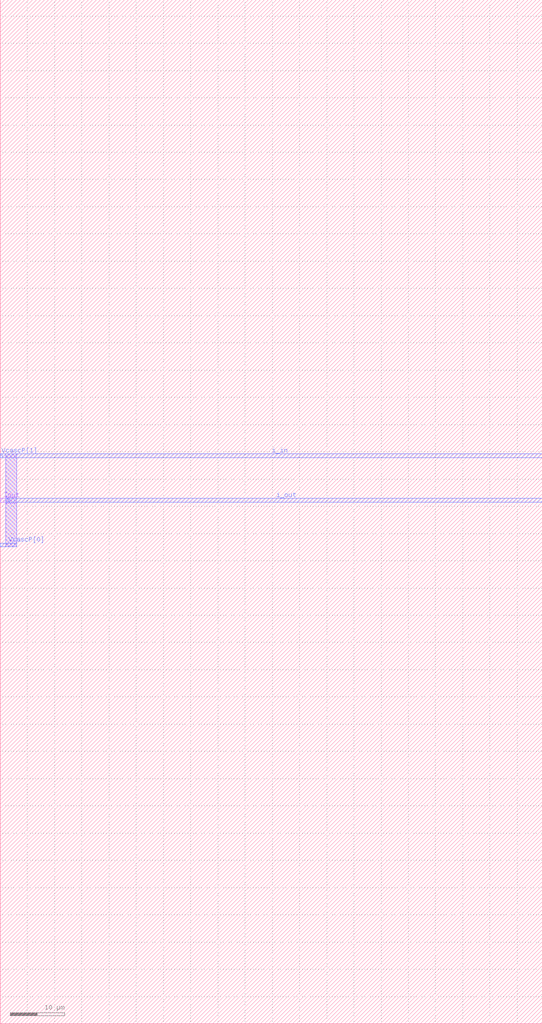
<source format=lef>
VERSION 5.7 ;
  NOWIREEXTENSIONATPIN ON ;
  DIVIDERCHAR "/" ;
  BUSBITCHARS "[]" ;
MACRO analog_wires
  CLASS BLOCK ;
  FOREIGN analog_wires ;
  ORIGIN 0.000 0.000 ;
  SIZE 99.600 BY 188.000 ;
  PIN i_in
    PORT
      LAYER Metal3 ;
        RECT 0.000 103.930 99.600 104.630 ;
    END
  END i_in
  PIN i_out
    PORT
      LAYER Metal3 ;
        RECT 1.655 95.745 99.600 96.445 ;
    END
  END i_out
  PIN VcascP[1]
    PORT
      LAYER Metal3 ;
        RECT 0.000 103.930 0.400 104.630 ;
    END
  END VcascP[1]
  PIN VcascP[0]
    PORT
      LAYER Metal3 ;
        RECT 0.000 87.560 3.000 88.260 ;
    END
  END VcascP[0]
  PIN Iout
    PORT
      LAYER Metal1 ;
        RECT 0.000 95.745 1.045 96.445 ;
    END
  END Iout
  OBS
      LAYER Metal1 ;
        RECT 1.045 96.625 3.000 104.630 ;
        RECT 1.225 95.565 3.000 96.625 ;
        RECT 1.045 87.560 3.000 95.565 ;
      LAYER Metal2 ;
        RECT 1.000 87.560 3.000 104.630 ;
      LAYER Metal3 ;
        RECT 1.000 95.745 1.445 96.445 ;
  END
END analog_wires
END LIBRARY


</source>
